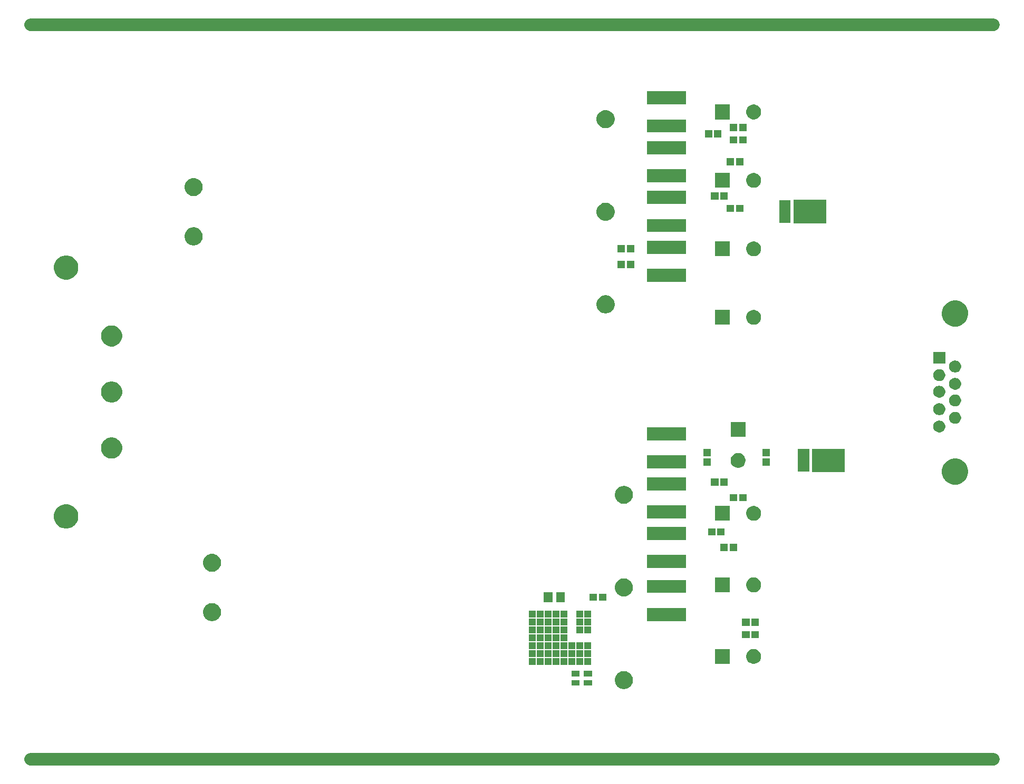
<source format=gbr>
G04 #@! TF.GenerationSoftware,KiCad,Pcbnew,(5.1.0)-1*
G04 #@! TF.CreationDate,2019-05-17T11:45:57-07:00*
G04 #@! TF.ProjectId,pwr supply rev 4,70777220-7375-4707-906c-792072657620,rev?*
G04 #@! TF.SameCoordinates,Original*
G04 #@! TF.FileFunction,Soldermask,Bot*
G04 #@! TF.FilePolarity,Negative*
%FSLAX46Y46*%
G04 Gerber Fmt 4.6, Leading zero omitted, Abs format (unit mm)*
G04 Created by KiCad (PCBNEW (5.1.0)-1) date 2019-05-17 11:45:57*
%MOMM*%
%LPD*%
G04 APERTURE LIST*
%ADD10C,2.000000*%
%ADD11C,0.150000*%
G04 APERTURE END LIST*
D10*
X161000000Y-119000000D02*
X6400000Y-119000000D01*
X161000000Y-1000000D02*
X6400000Y-1000000D01*
D11*
G36*
X101999570Y-104882149D02*
G01*
X102092950Y-104900723D01*
X102356835Y-105010027D01*
X102594321Y-105168711D01*
X102796289Y-105370679D01*
X102954973Y-105608165D01*
X103064277Y-105872050D01*
X103120000Y-106152189D01*
X103120000Y-106437811D01*
X103064277Y-106717950D01*
X102954973Y-106981835D01*
X102796289Y-107219321D01*
X102594321Y-107421289D01*
X102356835Y-107579973D01*
X102092950Y-107689277D01*
X101999570Y-107707851D01*
X101812813Y-107745000D01*
X101527187Y-107745000D01*
X101340430Y-107707851D01*
X101247050Y-107689277D01*
X100983165Y-107579973D01*
X100745679Y-107421289D01*
X100543711Y-107219321D01*
X100385027Y-106981835D01*
X100275723Y-106717950D01*
X100220000Y-106437811D01*
X100220000Y-106152189D01*
X100275723Y-105872050D01*
X100385027Y-105608165D01*
X100543711Y-105370679D01*
X100745679Y-105168711D01*
X100983165Y-105010027D01*
X101247050Y-104900723D01*
X101340430Y-104882149D01*
X101527187Y-104845000D01*
X101812813Y-104845000D01*
X101999570Y-104882149D01*
X101999570Y-104882149D01*
G37*
G36*
X96550000Y-107200000D02*
G01*
X95250000Y-107200000D01*
X95250000Y-106300000D01*
X96550000Y-106300000D01*
X96550000Y-107200000D01*
X96550000Y-107200000D01*
G37*
G36*
X94550000Y-107200000D02*
G01*
X93250000Y-107200000D01*
X93250000Y-106300000D01*
X94550000Y-106300000D01*
X94550000Y-107200000D01*
X94550000Y-107200000D01*
G37*
G36*
X94550000Y-105700000D02*
G01*
X93250000Y-105700000D01*
X93250000Y-104800000D01*
X94550000Y-104800000D01*
X94550000Y-105700000D01*
X94550000Y-105700000D01*
G37*
G36*
X96550000Y-105700000D02*
G01*
X95250000Y-105700000D01*
X95250000Y-104800000D01*
X96550000Y-104800000D01*
X96550000Y-105700000D01*
X96550000Y-105700000D01*
G37*
G36*
X90015000Y-103830000D02*
G01*
X88975000Y-103830000D01*
X88975000Y-102790000D01*
X90015000Y-102790000D01*
X90015000Y-103830000D01*
X90015000Y-103830000D01*
G37*
G36*
X87475000Y-103830000D02*
G01*
X86435000Y-103830000D01*
X86435000Y-102790000D01*
X87475000Y-102790000D01*
X87475000Y-103830000D01*
X87475000Y-103830000D01*
G37*
G36*
X88745000Y-103830000D02*
G01*
X87705000Y-103830000D01*
X87705000Y-102790000D01*
X88745000Y-102790000D01*
X88745000Y-103830000D01*
X88745000Y-103830000D01*
G37*
G36*
X92555000Y-103830000D02*
G01*
X91515000Y-103830000D01*
X91515000Y-102790000D01*
X92555000Y-102790000D01*
X92555000Y-103830000D01*
X92555000Y-103830000D01*
G37*
G36*
X93825000Y-103830000D02*
G01*
X92785000Y-103830000D01*
X92785000Y-102790000D01*
X93825000Y-102790000D01*
X93825000Y-103830000D01*
X93825000Y-103830000D01*
G37*
G36*
X95095000Y-103830000D02*
G01*
X94055000Y-103830000D01*
X94055000Y-102790000D01*
X95095000Y-102790000D01*
X95095000Y-103830000D01*
X95095000Y-103830000D01*
G37*
G36*
X96365000Y-103830000D02*
G01*
X95325000Y-103830000D01*
X95325000Y-102790000D01*
X96365000Y-102790000D01*
X96365000Y-103830000D01*
X96365000Y-103830000D01*
G37*
G36*
X91285000Y-103830000D02*
G01*
X90245000Y-103830000D01*
X90245000Y-102790000D01*
X91285000Y-102790000D01*
X91285000Y-103830000D01*
X91285000Y-103830000D01*
G37*
G36*
X118700000Y-103700000D02*
G01*
X116300000Y-103700000D01*
X116300000Y-101300000D01*
X118700000Y-101300000D01*
X118700000Y-103700000D01*
X118700000Y-103700000D01*
G37*
G36*
X122850027Y-101346116D02*
G01*
X123068415Y-101436575D01*
X123264955Y-101567899D01*
X123432101Y-101735045D01*
X123563425Y-101931585D01*
X123653884Y-102149973D01*
X123700000Y-102381812D01*
X123700000Y-102618188D01*
X123653884Y-102850027D01*
X123563425Y-103068415D01*
X123432101Y-103264955D01*
X123264955Y-103432101D01*
X123068415Y-103563425D01*
X123068414Y-103563426D01*
X123068413Y-103563426D01*
X122850027Y-103653884D01*
X122618190Y-103700000D01*
X122381810Y-103700000D01*
X122149973Y-103653884D01*
X121931587Y-103563426D01*
X121931586Y-103563426D01*
X121931585Y-103563425D01*
X121735045Y-103432101D01*
X121567899Y-103264955D01*
X121436575Y-103068415D01*
X121346116Y-102850027D01*
X121300000Y-102618188D01*
X121300000Y-102381812D01*
X121346116Y-102149973D01*
X121436575Y-101931585D01*
X121567899Y-101735045D01*
X121735045Y-101567899D01*
X121931585Y-101436575D01*
X122149973Y-101346116D01*
X122381810Y-101300000D01*
X122618190Y-101300000D01*
X122850027Y-101346116D01*
X122850027Y-101346116D01*
G37*
G36*
X96365000Y-102560000D02*
G01*
X95325000Y-102560000D01*
X95325000Y-101520000D01*
X96365000Y-101520000D01*
X96365000Y-102560000D01*
X96365000Y-102560000D01*
G37*
G36*
X95095000Y-102560000D02*
G01*
X94055000Y-102560000D01*
X94055000Y-101520000D01*
X95095000Y-101520000D01*
X95095000Y-102560000D01*
X95095000Y-102560000D01*
G37*
G36*
X93825000Y-102560000D02*
G01*
X92785000Y-102560000D01*
X92785000Y-101520000D01*
X93825000Y-101520000D01*
X93825000Y-102560000D01*
X93825000Y-102560000D01*
G37*
G36*
X91285000Y-102560000D02*
G01*
X90245000Y-102560000D01*
X90245000Y-101520000D01*
X91285000Y-101520000D01*
X91285000Y-102560000D01*
X91285000Y-102560000D01*
G37*
G36*
X88745000Y-102560000D02*
G01*
X87705000Y-102560000D01*
X87705000Y-101520000D01*
X88745000Y-101520000D01*
X88745000Y-102560000D01*
X88745000Y-102560000D01*
G37*
G36*
X92555000Y-102560000D02*
G01*
X91515000Y-102560000D01*
X91515000Y-101520000D01*
X92555000Y-101520000D01*
X92555000Y-102560000D01*
X92555000Y-102560000D01*
G37*
G36*
X87475000Y-102560000D02*
G01*
X86435000Y-102560000D01*
X86435000Y-101520000D01*
X87475000Y-101520000D01*
X87475000Y-102560000D01*
X87475000Y-102560000D01*
G37*
G36*
X90015000Y-102560000D02*
G01*
X88975000Y-102560000D01*
X88975000Y-101520000D01*
X90015000Y-101520000D01*
X90015000Y-102560000D01*
X90015000Y-102560000D01*
G37*
G36*
X91285000Y-101290000D02*
G01*
X90245000Y-101290000D01*
X90245000Y-100250000D01*
X91285000Y-100250000D01*
X91285000Y-101290000D01*
X91285000Y-101290000D01*
G37*
G36*
X92555000Y-101290000D02*
G01*
X91515000Y-101290000D01*
X91515000Y-100250000D01*
X92555000Y-100250000D01*
X92555000Y-101290000D01*
X92555000Y-101290000D01*
G37*
G36*
X93825000Y-101290000D02*
G01*
X92785000Y-101290000D01*
X92785000Y-100250000D01*
X93825000Y-100250000D01*
X93825000Y-101290000D01*
X93825000Y-101290000D01*
G37*
G36*
X95095000Y-101290000D02*
G01*
X94055000Y-101290000D01*
X94055000Y-100250000D01*
X95095000Y-100250000D01*
X95095000Y-101290000D01*
X95095000Y-101290000D01*
G37*
G36*
X96365000Y-101290000D02*
G01*
X95325000Y-101290000D01*
X95325000Y-100250000D01*
X96365000Y-100250000D01*
X96365000Y-101290000D01*
X96365000Y-101290000D01*
G37*
G36*
X87475000Y-101290000D02*
G01*
X86435000Y-101290000D01*
X86435000Y-100250000D01*
X87475000Y-100250000D01*
X87475000Y-101290000D01*
X87475000Y-101290000D01*
G37*
G36*
X90015000Y-101290000D02*
G01*
X88975000Y-101290000D01*
X88975000Y-100250000D01*
X90015000Y-100250000D01*
X90015000Y-101290000D01*
X90015000Y-101290000D01*
G37*
G36*
X88745000Y-101290000D02*
G01*
X87705000Y-101290000D01*
X87705000Y-100250000D01*
X88745000Y-100250000D01*
X88745000Y-101290000D01*
X88745000Y-101290000D01*
G37*
G36*
X91285000Y-100020000D02*
G01*
X90245000Y-100020000D01*
X90245000Y-98980000D01*
X91285000Y-98980000D01*
X91285000Y-100020000D01*
X91285000Y-100020000D01*
G37*
G36*
X87475000Y-100020000D02*
G01*
X86435000Y-100020000D01*
X86435000Y-98980000D01*
X87475000Y-98980000D01*
X87475000Y-100020000D01*
X87475000Y-100020000D01*
G37*
G36*
X88745000Y-100020000D02*
G01*
X87705000Y-100020000D01*
X87705000Y-98980000D01*
X88745000Y-98980000D01*
X88745000Y-100020000D01*
X88745000Y-100020000D01*
G37*
G36*
X90015000Y-100020000D02*
G01*
X88975000Y-100020000D01*
X88975000Y-98980000D01*
X90015000Y-98980000D01*
X90015000Y-100020000D01*
X90015000Y-100020000D01*
G37*
G36*
X92555000Y-100020000D02*
G01*
X91515000Y-100020000D01*
X91515000Y-98980000D01*
X92555000Y-98980000D01*
X92555000Y-100020000D01*
X92555000Y-100020000D01*
G37*
G36*
X123350000Y-99575000D02*
G01*
X122150000Y-99575000D01*
X122150000Y-98425000D01*
X123350000Y-98425000D01*
X123350000Y-99575000D01*
X123350000Y-99575000D01*
G37*
G36*
X121850000Y-99575000D02*
G01*
X120650000Y-99575000D01*
X120650000Y-98425000D01*
X121850000Y-98425000D01*
X121850000Y-99575000D01*
X121850000Y-99575000D01*
G37*
G36*
X92555000Y-98750000D02*
G01*
X91515000Y-98750000D01*
X91515000Y-97710000D01*
X92555000Y-97710000D01*
X92555000Y-98750000D01*
X92555000Y-98750000D01*
G37*
G36*
X87475000Y-98750000D02*
G01*
X86435000Y-98750000D01*
X86435000Y-97710000D01*
X87475000Y-97710000D01*
X87475000Y-98750000D01*
X87475000Y-98750000D01*
G37*
G36*
X95095000Y-98750000D02*
G01*
X94055000Y-98750000D01*
X94055000Y-97710000D01*
X95095000Y-97710000D01*
X95095000Y-98750000D01*
X95095000Y-98750000D01*
G37*
G36*
X91285000Y-98750000D02*
G01*
X90245000Y-98750000D01*
X90245000Y-97710000D01*
X91285000Y-97710000D01*
X91285000Y-98750000D01*
X91285000Y-98750000D01*
G37*
G36*
X88745000Y-98750000D02*
G01*
X87705000Y-98750000D01*
X87705000Y-97710000D01*
X88745000Y-97710000D01*
X88745000Y-98750000D01*
X88745000Y-98750000D01*
G37*
G36*
X90015000Y-98750000D02*
G01*
X88975000Y-98750000D01*
X88975000Y-97710000D01*
X90015000Y-97710000D01*
X90015000Y-98750000D01*
X90015000Y-98750000D01*
G37*
G36*
X96365000Y-98750000D02*
G01*
X95325000Y-98750000D01*
X95325000Y-97710000D01*
X96365000Y-97710000D01*
X96365000Y-98750000D01*
X96365000Y-98750000D01*
G37*
G36*
X123350000Y-97575000D02*
G01*
X122150000Y-97575000D01*
X122150000Y-96425000D01*
X123350000Y-96425000D01*
X123350000Y-97575000D01*
X123350000Y-97575000D01*
G37*
G36*
X121850000Y-97575000D02*
G01*
X120650000Y-97575000D01*
X120650000Y-96425000D01*
X121850000Y-96425000D01*
X121850000Y-97575000D01*
X121850000Y-97575000D01*
G37*
G36*
X88745000Y-97480000D02*
G01*
X87705000Y-97480000D01*
X87705000Y-96440000D01*
X88745000Y-96440000D01*
X88745000Y-97480000D01*
X88745000Y-97480000D01*
G37*
G36*
X87475000Y-97480000D02*
G01*
X86435000Y-97480000D01*
X86435000Y-96440000D01*
X87475000Y-96440000D01*
X87475000Y-97480000D01*
X87475000Y-97480000D01*
G37*
G36*
X96365000Y-97480000D02*
G01*
X95325000Y-97480000D01*
X95325000Y-96440000D01*
X96365000Y-96440000D01*
X96365000Y-97480000D01*
X96365000Y-97480000D01*
G37*
G36*
X92555000Y-97480000D02*
G01*
X91515000Y-97480000D01*
X91515000Y-96440000D01*
X92555000Y-96440000D01*
X92555000Y-97480000D01*
X92555000Y-97480000D01*
G37*
G36*
X91285000Y-97480000D02*
G01*
X90245000Y-97480000D01*
X90245000Y-96440000D01*
X91285000Y-96440000D01*
X91285000Y-97480000D01*
X91285000Y-97480000D01*
G37*
G36*
X90015000Y-97480000D02*
G01*
X88975000Y-97480000D01*
X88975000Y-96440000D01*
X90015000Y-96440000D01*
X90015000Y-97480000D01*
X90015000Y-97480000D01*
G37*
G36*
X95095000Y-97480000D02*
G01*
X94055000Y-97480000D01*
X94055000Y-96440000D01*
X95095000Y-96440000D01*
X95095000Y-97480000D01*
X95095000Y-97480000D01*
G37*
G36*
X35859570Y-93962149D02*
G01*
X35952950Y-93980723D01*
X36216835Y-94090027D01*
X36454321Y-94248711D01*
X36656289Y-94450679D01*
X36814973Y-94688165D01*
X36924277Y-94952050D01*
X36980000Y-95232189D01*
X36980000Y-95517811D01*
X36924277Y-95797950D01*
X36814973Y-96061835D01*
X36656289Y-96299321D01*
X36454321Y-96501289D01*
X36216835Y-96659973D01*
X35952950Y-96769277D01*
X35859570Y-96787851D01*
X35672813Y-96825000D01*
X35387187Y-96825000D01*
X35200430Y-96787851D01*
X35107050Y-96769277D01*
X34843165Y-96659973D01*
X34605679Y-96501289D01*
X34403711Y-96299321D01*
X34245027Y-96061835D01*
X34135723Y-95797950D01*
X34080000Y-95517811D01*
X34080000Y-95232189D01*
X34135723Y-94952050D01*
X34245027Y-94688165D01*
X34403711Y-94450679D01*
X34605679Y-94248711D01*
X34843165Y-94090027D01*
X35107050Y-93980723D01*
X35200430Y-93962149D01*
X35387187Y-93925000D01*
X35672813Y-93925000D01*
X35859570Y-93962149D01*
X35859570Y-93962149D01*
G37*
G36*
X111650000Y-96800000D02*
G01*
X105350000Y-96800000D01*
X105350000Y-94700000D01*
X111650000Y-94700000D01*
X111650000Y-96800000D01*
X111650000Y-96800000D01*
G37*
G36*
X96365000Y-96210000D02*
G01*
X95325000Y-96210000D01*
X95325000Y-95170000D01*
X96365000Y-95170000D01*
X96365000Y-96210000D01*
X96365000Y-96210000D01*
G37*
G36*
X95095000Y-96210000D02*
G01*
X94055000Y-96210000D01*
X94055000Y-95170000D01*
X95095000Y-95170000D01*
X95095000Y-96210000D01*
X95095000Y-96210000D01*
G37*
G36*
X87475000Y-96210000D02*
G01*
X86435000Y-96210000D01*
X86435000Y-95170000D01*
X87475000Y-95170000D01*
X87475000Y-96210000D01*
X87475000Y-96210000D01*
G37*
G36*
X88745000Y-96210000D02*
G01*
X87705000Y-96210000D01*
X87705000Y-95170000D01*
X88745000Y-95170000D01*
X88745000Y-96210000D01*
X88745000Y-96210000D01*
G37*
G36*
X91285000Y-96210000D02*
G01*
X90245000Y-96210000D01*
X90245000Y-95170000D01*
X91285000Y-95170000D01*
X91285000Y-96210000D01*
X91285000Y-96210000D01*
G37*
G36*
X92555000Y-96210000D02*
G01*
X91515000Y-96210000D01*
X91515000Y-95170000D01*
X92555000Y-95170000D01*
X92555000Y-96210000D01*
X92555000Y-96210000D01*
G37*
G36*
X90015000Y-96210000D02*
G01*
X88975000Y-96210000D01*
X88975000Y-95170000D01*
X90015000Y-95170000D01*
X90015000Y-96210000D01*
X90015000Y-96210000D01*
G37*
G36*
X90200000Y-93825000D02*
G01*
X88800000Y-93825000D01*
X88800000Y-92175000D01*
X90200000Y-92175000D01*
X90200000Y-93825000D01*
X90200000Y-93825000D01*
G37*
G36*
X92200000Y-93825000D02*
G01*
X90800000Y-93825000D01*
X90800000Y-92175000D01*
X92200000Y-92175000D01*
X92200000Y-93825000D01*
X92200000Y-93825000D01*
G37*
G36*
X97350000Y-93575000D02*
G01*
X96150000Y-93575000D01*
X96150000Y-92425000D01*
X97350000Y-92425000D01*
X97350000Y-93575000D01*
X97350000Y-93575000D01*
G37*
G36*
X98850000Y-93575000D02*
G01*
X97650000Y-93575000D01*
X97650000Y-92425000D01*
X98850000Y-92425000D01*
X98850000Y-93575000D01*
X98850000Y-93575000D01*
G37*
G36*
X101999570Y-90002149D02*
G01*
X102092950Y-90020723D01*
X102356835Y-90130027D01*
X102594321Y-90288711D01*
X102796289Y-90490679D01*
X102954973Y-90728165D01*
X103018614Y-90881810D01*
X103064277Y-90992051D01*
X103120000Y-91272187D01*
X103120000Y-91557813D01*
X103117891Y-91568415D01*
X103064277Y-91837950D01*
X102954973Y-92101835D01*
X102796289Y-92339321D01*
X102594321Y-92541289D01*
X102356835Y-92699973D01*
X102092950Y-92809277D01*
X101999570Y-92827851D01*
X101812813Y-92865000D01*
X101527187Y-92865000D01*
X101340430Y-92827851D01*
X101247050Y-92809277D01*
X100983165Y-92699973D01*
X100745679Y-92541289D01*
X100543711Y-92339321D01*
X100385027Y-92101835D01*
X100275723Y-91837950D01*
X100222109Y-91568415D01*
X100220000Y-91557813D01*
X100220000Y-91272187D01*
X100275723Y-90992051D01*
X100321386Y-90881810D01*
X100385027Y-90728165D01*
X100543711Y-90490679D01*
X100745679Y-90288711D01*
X100983165Y-90130027D01*
X101247050Y-90020723D01*
X101340430Y-90002149D01*
X101527187Y-89965000D01*
X101812813Y-89965000D01*
X101999570Y-90002149D01*
X101999570Y-90002149D01*
G37*
G36*
X111650000Y-92300000D02*
G01*
X105350000Y-92300000D01*
X105350000Y-90200000D01*
X111650000Y-90200000D01*
X111650000Y-92300000D01*
X111650000Y-92300000D01*
G37*
G36*
X122850027Y-89846116D02*
G01*
X123068415Y-89936575D01*
X123264955Y-90067899D01*
X123432101Y-90235045D01*
X123467960Y-90288711D01*
X123563426Y-90431587D01*
X123653884Y-90649973D01*
X123700000Y-90881810D01*
X123700000Y-91118190D01*
X123653884Y-91350027D01*
X123567817Y-91557813D01*
X123563425Y-91568415D01*
X123432101Y-91764955D01*
X123264955Y-91932101D01*
X123068415Y-92063425D01*
X123068414Y-92063426D01*
X123068413Y-92063426D01*
X122850027Y-92153884D01*
X122618190Y-92200000D01*
X122381810Y-92200000D01*
X122149973Y-92153884D01*
X121931587Y-92063426D01*
X121931586Y-92063426D01*
X121931585Y-92063425D01*
X121735045Y-91932101D01*
X121567899Y-91764955D01*
X121436575Y-91568415D01*
X121432184Y-91557813D01*
X121346116Y-91350027D01*
X121300000Y-91118190D01*
X121300000Y-90881810D01*
X121346116Y-90649973D01*
X121436574Y-90431587D01*
X121532041Y-90288711D01*
X121567899Y-90235045D01*
X121735045Y-90067899D01*
X121931585Y-89936575D01*
X122149973Y-89846116D01*
X122381810Y-89800000D01*
X122618190Y-89800000D01*
X122850027Y-89846116D01*
X122850027Y-89846116D01*
G37*
G36*
X118700000Y-92200000D02*
G01*
X116300000Y-92200000D01*
X116300000Y-89800000D01*
X118700000Y-89800000D01*
X118700000Y-92200000D01*
X118700000Y-92200000D01*
G37*
G36*
X35859570Y-86042149D02*
G01*
X35952950Y-86060723D01*
X36216835Y-86170027D01*
X36454321Y-86328711D01*
X36656289Y-86530679D01*
X36814973Y-86768165D01*
X36924277Y-87032050D01*
X36980000Y-87312189D01*
X36980000Y-87597811D01*
X36924277Y-87877950D01*
X36814973Y-88141835D01*
X36656289Y-88379321D01*
X36454321Y-88581289D01*
X36216835Y-88739973D01*
X35952950Y-88849277D01*
X35859570Y-88867851D01*
X35672813Y-88905000D01*
X35387187Y-88905000D01*
X35200430Y-88867851D01*
X35107050Y-88849277D01*
X34843165Y-88739973D01*
X34605679Y-88581289D01*
X34403711Y-88379321D01*
X34245027Y-88141835D01*
X34135723Y-87877950D01*
X34080000Y-87597811D01*
X34080000Y-87312189D01*
X34135723Y-87032050D01*
X34245027Y-86768165D01*
X34403711Y-86530679D01*
X34605679Y-86328711D01*
X34843165Y-86170027D01*
X35107050Y-86060723D01*
X35200430Y-86042149D01*
X35387187Y-86005000D01*
X35672813Y-86005000D01*
X35859570Y-86042149D01*
X35859570Y-86042149D01*
G37*
G36*
X111650000Y-88300000D02*
G01*
X105350000Y-88300000D01*
X105350000Y-86200000D01*
X111650000Y-86200000D01*
X111650000Y-88300000D01*
X111650000Y-88300000D01*
G37*
G36*
X119850000Y-85575000D02*
G01*
X118650000Y-85575000D01*
X118650000Y-84425000D01*
X119850000Y-84425000D01*
X119850000Y-85575000D01*
X119850000Y-85575000D01*
G37*
G36*
X118350000Y-85575000D02*
G01*
X117150000Y-85575000D01*
X117150000Y-84425000D01*
X118350000Y-84425000D01*
X118350000Y-85575000D01*
X118350000Y-85575000D01*
G37*
G36*
X111650000Y-83800000D02*
G01*
X105350000Y-83800000D01*
X105350000Y-81700000D01*
X111650000Y-81700000D01*
X111650000Y-83800000D01*
X111650000Y-83800000D01*
G37*
G36*
X117850000Y-83075000D02*
G01*
X116650000Y-83075000D01*
X116650000Y-81925000D01*
X117850000Y-81925000D01*
X117850000Y-83075000D01*
X117850000Y-83075000D01*
G37*
G36*
X116350000Y-83075000D02*
G01*
X115150000Y-83075000D01*
X115150000Y-81925000D01*
X116350000Y-81925000D01*
X116350000Y-83075000D01*
X116350000Y-83075000D01*
G37*
G36*
X12668794Y-78124938D02*
G01*
X13023674Y-78271933D01*
X13343053Y-78485336D01*
X13614664Y-78756947D01*
X13828067Y-79076326D01*
X13975062Y-79431206D01*
X14050000Y-79807943D01*
X14050000Y-80192057D01*
X13975062Y-80568794D01*
X13828067Y-80923674D01*
X13614664Y-81243053D01*
X13343053Y-81514664D01*
X13023674Y-81728067D01*
X12668794Y-81875062D01*
X12292058Y-81950000D01*
X11907942Y-81950000D01*
X11531206Y-81875062D01*
X11176326Y-81728067D01*
X10856947Y-81514664D01*
X10585336Y-81243053D01*
X10371933Y-80923674D01*
X10224938Y-80568794D01*
X10150000Y-80192057D01*
X10150000Y-79807943D01*
X10224938Y-79431206D01*
X10371933Y-79076326D01*
X10585336Y-78756947D01*
X10856947Y-78485336D01*
X11176326Y-78271933D01*
X11531206Y-78124938D01*
X11907942Y-78050000D01*
X12292058Y-78050000D01*
X12668794Y-78124938D01*
X12668794Y-78124938D01*
G37*
G36*
X122850027Y-78346116D02*
G01*
X123068415Y-78436575D01*
X123264955Y-78567899D01*
X123432101Y-78735045D01*
X123563425Y-78931585D01*
X123653884Y-79149973D01*
X123700000Y-79381812D01*
X123700000Y-79618188D01*
X123653884Y-79850027D01*
X123563425Y-80068415D01*
X123432101Y-80264955D01*
X123264955Y-80432101D01*
X123068415Y-80563425D01*
X123068414Y-80563426D01*
X123068413Y-80563426D01*
X122850027Y-80653884D01*
X122618190Y-80700000D01*
X122381810Y-80700000D01*
X122149973Y-80653884D01*
X121931587Y-80563426D01*
X121931586Y-80563426D01*
X121931585Y-80563425D01*
X121735045Y-80432101D01*
X121567899Y-80264955D01*
X121436575Y-80068415D01*
X121346116Y-79850027D01*
X121300000Y-79618188D01*
X121300000Y-79381812D01*
X121346116Y-79149973D01*
X121436575Y-78931585D01*
X121567899Y-78735045D01*
X121735045Y-78567899D01*
X121931585Y-78436575D01*
X122149973Y-78346116D01*
X122381810Y-78300000D01*
X122618190Y-78300000D01*
X122850027Y-78346116D01*
X122850027Y-78346116D01*
G37*
G36*
X118700000Y-80700000D02*
G01*
X116300000Y-80700000D01*
X116300000Y-78300000D01*
X118700000Y-78300000D01*
X118700000Y-80700000D01*
X118700000Y-80700000D01*
G37*
G36*
X111650000Y-80300000D02*
G01*
X105350000Y-80300000D01*
X105350000Y-78200000D01*
X111650000Y-78200000D01*
X111650000Y-80300000D01*
X111650000Y-80300000D01*
G37*
G36*
X101999570Y-75122149D02*
G01*
X102092950Y-75140723D01*
X102356835Y-75250027D01*
X102594321Y-75408711D01*
X102796289Y-75610679D01*
X102954973Y-75848165D01*
X103064277Y-76112050D01*
X103120000Y-76392189D01*
X103120000Y-76677811D01*
X103064277Y-76957950D01*
X102954973Y-77221835D01*
X102796289Y-77459321D01*
X102594321Y-77661289D01*
X102356835Y-77819973D01*
X102092950Y-77929277D01*
X101999570Y-77947851D01*
X101812813Y-77985000D01*
X101527187Y-77985000D01*
X101340430Y-77947851D01*
X101247050Y-77929277D01*
X100983165Y-77819973D01*
X100745679Y-77661289D01*
X100543711Y-77459321D01*
X100385027Y-77221835D01*
X100275723Y-76957950D01*
X100220000Y-76677811D01*
X100220000Y-76392189D01*
X100275723Y-76112050D01*
X100385027Y-75848165D01*
X100543711Y-75610679D01*
X100745679Y-75408711D01*
X100983165Y-75250027D01*
X101247050Y-75140723D01*
X101340430Y-75122149D01*
X101527187Y-75085000D01*
X101812813Y-75085000D01*
X101999570Y-75122149D01*
X101999570Y-75122149D01*
G37*
G36*
X119850000Y-77575000D02*
G01*
X118650000Y-77575000D01*
X118650000Y-76425000D01*
X119850000Y-76425000D01*
X119850000Y-77575000D01*
X119850000Y-77575000D01*
G37*
G36*
X121350000Y-77575000D02*
G01*
X120150000Y-77575000D01*
X120150000Y-76425000D01*
X121350000Y-76425000D01*
X121350000Y-77575000D01*
X121350000Y-77575000D01*
G37*
G36*
X111650000Y-75800000D02*
G01*
X105350000Y-75800000D01*
X105350000Y-73700000D01*
X111650000Y-73700000D01*
X111650000Y-75800000D01*
X111650000Y-75800000D01*
G37*
G36*
X116850000Y-75075000D02*
G01*
X115650000Y-75075000D01*
X115650000Y-73925000D01*
X116850000Y-73925000D01*
X116850000Y-75075000D01*
X116850000Y-75075000D01*
G37*
G36*
X118350000Y-75075000D02*
G01*
X117150000Y-75075000D01*
X117150000Y-73925000D01*
X118350000Y-73925000D01*
X118350000Y-75075000D01*
X118350000Y-75075000D01*
G37*
G36*
X155454006Y-70765894D02*
G01*
X155837094Y-70924574D01*
X156181859Y-71154939D01*
X156475061Y-71448141D01*
X156705426Y-71792906D01*
X156864106Y-72175994D01*
X156945000Y-72582677D01*
X156945000Y-72997323D01*
X156864106Y-73404006D01*
X156705426Y-73787094D01*
X156475061Y-74131859D01*
X156181859Y-74425061D01*
X155837094Y-74655426D01*
X155454006Y-74814106D01*
X155047324Y-74895000D01*
X154632676Y-74895000D01*
X154225994Y-74814106D01*
X153842906Y-74655426D01*
X153498141Y-74425061D01*
X153204939Y-74131859D01*
X152974574Y-73787094D01*
X152815894Y-73404006D01*
X152735000Y-72997323D01*
X152735000Y-72582677D01*
X152815894Y-72175994D01*
X152974574Y-71792906D01*
X153204939Y-71448141D01*
X153498141Y-71154939D01*
X153842906Y-70924574D01*
X154225994Y-70765894D01*
X154632676Y-70685000D01*
X155047324Y-70685000D01*
X155454006Y-70765894D01*
X155454006Y-70765894D01*
G37*
G36*
X137130000Y-72880000D02*
G01*
X131870000Y-72880000D01*
X131870000Y-69120000D01*
X137130000Y-69120000D01*
X137130000Y-72880000D01*
X137130000Y-72880000D01*
G37*
G36*
X131418000Y-72815000D02*
G01*
X129618000Y-72815000D01*
X129618000Y-69185000D01*
X131418000Y-69185000D01*
X131418000Y-72815000D01*
X131418000Y-72815000D01*
G37*
G36*
X111650000Y-72300000D02*
G01*
X105350000Y-72300000D01*
X105350000Y-70200000D01*
X111650000Y-70200000D01*
X111650000Y-72300000D01*
X111650000Y-72300000D01*
G37*
G36*
X120350027Y-69846116D02*
G01*
X120568415Y-69936575D01*
X120764955Y-70067899D01*
X120932101Y-70235045D01*
X121008912Y-70350000D01*
X121063426Y-70431587D01*
X121147545Y-70634669D01*
X121153884Y-70649973D01*
X121200000Y-70881812D01*
X121200000Y-71118188D01*
X121153884Y-71350027D01*
X121063425Y-71568415D01*
X120932101Y-71764955D01*
X120764955Y-71932101D01*
X120568415Y-72063425D01*
X120568414Y-72063426D01*
X120568413Y-72063426D01*
X120350027Y-72153884D01*
X120118190Y-72200000D01*
X119881810Y-72200000D01*
X119649973Y-72153884D01*
X119431587Y-72063426D01*
X119431586Y-72063426D01*
X119431585Y-72063425D01*
X119235045Y-71932101D01*
X119067899Y-71764955D01*
X118936575Y-71568415D01*
X118846116Y-71350027D01*
X118800000Y-71118188D01*
X118800000Y-70881812D01*
X118846116Y-70649973D01*
X118852455Y-70634669D01*
X118936574Y-70431587D01*
X118991089Y-70350000D01*
X119067899Y-70235045D01*
X119235045Y-70067899D01*
X119431585Y-69936575D01*
X119649973Y-69846116D01*
X119881810Y-69800000D01*
X120118190Y-69800000D01*
X120350027Y-69846116D01*
X120350027Y-69846116D01*
G37*
G36*
X115575000Y-71850000D02*
G01*
X114425000Y-71850000D01*
X114425000Y-70650000D01*
X115575000Y-70650000D01*
X115575000Y-71850000D01*
X115575000Y-71850000D01*
G37*
G36*
X125075000Y-71850000D02*
G01*
X123925000Y-71850000D01*
X123925000Y-70650000D01*
X125075000Y-70650000D01*
X125075000Y-71850000D01*
X125075000Y-71850000D01*
G37*
G36*
X19895872Y-67365330D02*
G01*
X20205252Y-67493479D01*
X20483687Y-67679523D01*
X20720477Y-67916313D01*
X20906521Y-68194748D01*
X21034670Y-68504128D01*
X21100000Y-68832565D01*
X21100000Y-69167435D01*
X21034670Y-69495872D01*
X20906521Y-69805252D01*
X20720477Y-70083687D01*
X20483687Y-70320477D01*
X20205252Y-70506521D01*
X19895872Y-70634670D01*
X19567435Y-70700000D01*
X19232565Y-70700000D01*
X18904128Y-70634670D01*
X18594748Y-70506521D01*
X18316313Y-70320477D01*
X18079523Y-70083687D01*
X17893479Y-69805252D01*
X17765330Y-69495872D01*
X17700000Y-69167435D01*
X17700000Y-68832565D01*
X17765330Y-68504128D01*
X17893479Y-68194748D01*
X18079523Y-67916313D01*
X18316313Y-67679523D01*
X18594748Y-67493479D01*
X18904128Y-67365330D01*
X19232565Y-67300000D01*
X19567435Y-67300000D01*
X19895872Y-67365330D01*
X19895872Y-67365330D01*
G37*
G36*
X125075000Y-70350000D02*
G01*
X123925000Y-70350000D01*
X123925000Y-69150000D01*
X125075000Y-69150000D01*
X125075000Y-70350000D01*
X125075000Y-70350000D01*
G37*
G36*
X115575000Y-70350000D02*
G01*
X114425000Y-70350000D01*
X114425000Y-69150000D01*
X115575000Y-69150000D01*
X115575000Y-70350000D01*
X115575000Y-70350000D01*
G37*
G36*
X111650000Y-67800000D02*
G01*
X105350000Y-67800000D01*
X105350000Y-65700000D01*
X111650000Y-65700000D01*
X111650000Y-67800000D01*
X111650000Y-67800000D01*
G37*
G36*
X121200000Y-67200000D02*
G01*
X118800000Y-67200000D01*
X118800000Y-64800000D01*
X121200000Y-64800000D01*
X121200000Y-67200000D01*
X121200000Y-67200000D01*
G37*
G36*
X152580022Y-64626892D02*
G01*
X152754731Y-64699259D01*
X152754733Y-64699260D01*
X152911964Y-64804319D01*
X153045681Y-64938036D01*
X153150740Y-65095267D01*
X153223108Y-65269979D01*
X153260000Y-65455448D01*
X153260000Y-65644552D01*
X153223108Y-65830021D01*
X153150740Y-66004733D01*
X153045681Y-66161964D01*
X152911964Y-66295681D01*
X152754733Y-66400740D01*
X152754732Y-66400741D01*
X152754731Y-66400741D01*
X152580022Y-66473108D01*
X152394552Y-66510000D01*
X152205448Y-66510000D01*
X152019978Y-66473108D01*
X151845269Y-66400741D01*
X151845268Y-66400741D01*
X151845267Y-66400740D01*
X151688036Y-66295681D01*
X151554319Y-66161964D01*
X151449260Y-66004733D01*
X151376892Y-65830021D01*
X151340000Y-65644552D01*
X151340000Y-65455448D01*
X151376892Y-65269979D01*
X151449260Y-65095267D01*
X151554319Y-64938036D01*
X151688036Y-64804319D01*
X151845267Y-64699260D01*
X151845269Y-64699259D01*
X152019978Y-64626892D01*
X152205448Y-64590000D01*
X152394552Y-64590000D01*
X152580022Y-64626892D01*
X152580022Y-64626892D01*
G37*
G36*
X155120022Y-63226892D02*
G01*
X155294731Y-63299259D01*
X155294733Y-63299260D01*
X155451964Y-63404319D01*
X155585681Y-63538036D01*
X155690740Y-63695267D01*
X155763108Y-63869979D01*
X155800000Y-64055448D01*
X155800000Y-64244552D01*
X155763108Y-64430021D01*
X155690740Y-64604733D01*
X155585681Y-64761964D01*
X155451964Y-64895681D01*
X155294733Y-65000740D01*
X155294732Y-65000741D01*
X155294731Y-65000741D01*
X155120022Y-65073108D01*
X154934552Y-65110000D01*
X154745448Y-65110000D01*
X154559978Y-65073108D01*
X154385269Y-65000741D01*
X154385268Y-65000741D01*
X154385267Y-65000740D01*
X154228036Y-64895681D01*
X154094319Y-64761964D01*
X153989260Y-64604733D01*
X153916892Y-64430021D01*
X153880000Y-64244552D01*
X153880000Y-64055448D01*
X153916892Y-63869979D01*
X153989260Y-63695267D01*
X154094319Y-63538036D01*
X154228036Y-63404319D01*
X154385267Y-63299260D01*
X154385269Y-63299259D01*
X154559978Y-63226892D01*
X154745448Y-63190000D01*
X154934552Y-63190000D01*
X155120022Y-63226892D01*
X155120022Y-63226892D01*
G37*
G36*
X152580022Y-61836892D02*
G01*
X152754731Y-61909259D01*
X152754733Y-61909260D01*
X152911964Y-62014319D01*
X153045681Y-62148036D01*
X153150740Y-62305267D01*
X153223108Y-62479979D01*
X153260000Y-62665448D01*
X153260000Y-62854552D01*
X153223108Y-63040021D01*
X153150740Y-63214733D01*
X153045681Y-63371964D01*
X152911964Y-63505681D01*
X152754733Y-63610740D01*
X152754732Y-63610741D01*
X152754731Y-63610741D01*
X152580022Y-63683108D01*
X152394552Y-63720000D01*
X152205448Y-63720000D01*
X152019978Y-63683108D01*
X151845269Y-63610741D01*
X151845268Y-63610741D01*
X151845267Y-63610740D01*
X151688036Y-63505681D01*
X151554319Y-63371964D01*
X151449260Y-63214733D01*
X151376892Y-63040021D01*
X151340000Y-62854552D01*
X151340000Y-62665448D01*
X151376892Y-62479979D01*
X151449260Y-62305267D01*
X151554319Y-62148036D01*
X151688036Y-62014319D01*
X151845267Y-61909260D01*
X151845269Y-61909259D01*
X152019978Y-61836892D01*
X152205448Y-61800000D01*
X152394552Y-61800000D01*
X152580022Y-61836892D01*
X152580022Y-61836892D01*
G37*
G36*
X155120022Y-60436892D02*
G01*
X155294731Y-60509259D01*
X155294733Y-60509260D01*
X155451964Y-60614319D01*
X155585681Y-60748036D01*
X155675934Y-60883108D01*
X155690741Y-60905269D01*
X155763108Y-61079978D01*
X155800000Y-61265448D01*
X155800000Y-61454552D01*
X155764173Y-61634670D01*
X155763108Y-61640021D01*
X155690740Y-61814733D01*
X155585681Y-61971964D01*
X155451964Y-62105681D01*
X155294733Y-62210740D01*
X155294732Y-62210741D01*
X155294731Y-62210741D01*
X155120022Y-62283108D01*
X154934552Y-62320000D01*
X154745448Y-62320000D01*
X154559978Y-62283108D01*
X154385269Y-62210741D01*
X154385268Y-62210741D01*
X154385267Y-62210740D01*
X154228036Y-62105681D01*
X154094319Y-61971964D01*
X153989260Y-61814733D01*
X153916892Y-61640021D01*
X153915828Y-61634670D01*
X153880000Y-61454552D01*
X153880000Y-61265448D01*
X153916892Y-61079978D01*
X153989259Y-60905269D01*
X154004067Y-60883108D01*
X154094319Y-60748036D01*
X154228036Y-60614319D01*
X154385267Y-60509260D01*
X154385269Y-60509259D01*
X154559978Y-60436892D01*
X154745448Y-60400000D01*
X154934552Y-60400000D01*
X155120022Y-60436892D01*
X155120022Y-60436892D01*
G37*
G36*
X19895872Y-58365330D02*
G01*
X20205252Y-58493479D01*
X20483687Y-58679523D01*
X20720477Y-58916313D01*
X20906521Y-59194748D01*
X21034670Y-59504128D01*
X21100000Y-59832565D01*
X21100000Y-60167435D01*
X21034670Y-60495872D01*
X20906521Y-60805252D01*
X20720477Y-61083687D01*
X20483687Y-61320477D01*
X20205252Y-61506521D01*
X19895872Y-61634670D01*
X19567435Y-61700000D01*
X19232565Y-61700000D01*
X18904128Y-61634670D01*
X18594748Y-61506521D01*
X18316313Y-61320477D01*
X18079523Y-61083687D01*
X17893479Y-60805252D01*
X17765330Y-60495872D01*
X17700000Y-60167435D01*
X17700000Y-59832565D01*
X17765330Y-59504128D01*
X17893479Y-59194748D01*
X18079523Y-58916313D01*
X18316313Y-58679523D01*
X18594748Y-58493479D01*
X18904128Y-58365330D01*
X19232565Y-58300000D01*
X19567435Y-58300000D01*
X19895872Y-58365330D01*
X19895872Y-58365330D01*
G37*
G36*
X152580022Y-59036892D02*
G01*
X152754731Y-59109259D01*
X152754733Y-59109260D01*
X152882671Y-59194746D01*
X152911964Y-59214319D01*
X153045681Y-59348036D01*
X153150741Y-59505269D01*
X153223108Y-59679978D01*
X153260000Y-59865448D01*
X153260000Y-60054552D01*
X153237547Y-60167434D01*
X153223108Y-60240021D01*
X153150740Y-60414733D01*
X153045681Y-60571964D01*
X152911964Y-60705681D01*
X152754733Y-60810740D01*
X152754732Y-60810741D01*
X152754731Y-60810741D01*
X152580022Y-60883108D01*
X152394552Y-60920000D01*
X152205448Y-60920000D01*
X152019978Y-60883108D01*
X151845269Y-60810741D01*
X151845268Y-60810741D01*
X151845267Y-60810740D01*
X151688036Y-60705681D01*
X151554319Y-60571964D01*
X151449260Y-60414733D01*
X151376892Y-60240021D01*
X151362454Y-60167434D01*
X151340000Y-60054552D01*
X151340000Y-59865448D01*
X151376892Y-59679978D01*
X151449259Y-59505269D01*
X151554319Y-59348036D01*
X151688036Y-59214319D01*
X151717329Y-59194746D01*
X151845267Y-59109260D01*
X151845269Y-59109259D01*
X152019978Y-59036892D01*
X152205448Y-59000000D01*
X152394552Y-59000000D01*
X152580022Y-59036892D01*
X152580022Y-59036892D01*
G37*
G36*
X155120022Y-57766892D02*
G01*
X155294731Y-57839259D01*
X155294733Y-57839260D01*
X155451964Y-57944319D01*
X155585681Y-58078036D01*
X155675934Y-58213108D01*
X155690741Y-58235269D01*
X155763108Y-58409978D01*
X155800000Y-58595448D01*
X155800000Y-58784552D01*
X155763108Y-58970022D01*
X155690741Y-59144731D01*
X155690740Y-59144733D01*
X155585681Y-59301964D01*
X155451964Y-59435681D01*
X155294733Y-59540740D01*
X155294732Y-59540741D01*
X155294731Y-59540741D01*
X155120022Y-59613108D01*
X154934552Y-59650000D01*
X154745448Y-59650000D01*
X154559978Y-59613108D01*
X154385269Y-59540741D01*
X154385268Y-59540741D01*
X154385267Y-59540740D01*
X154228036Y-59435681D01*
X154094319Y-59301964D01*
X153989260Y-59144733D01*
X153989259Y-59144731D01*
X153916892Y-58970022D01*
X153880000Y-58784552D01*
X153880000Y-58595448D01*
X153916892Y-58409978D01*
X153989259Y-58235269D01*
X154004067Y-58213108D01*
X154094319Y-58078036D01*
X154228036Y-57944319D01*
X154385267Y-57839260D01*
X154385269Y-57839259D01*
X154559978Y-57766892D01*
X154745448Y-57730000D01*
X154934552Y-57730000D01*
X155120022Y-57766892D01*
X155120022Y-57766892D01*
G37*
G36*
X152580022Y-56366892D02*
G01*
X152754731Y-56439259D01*
X152754733Y-56439260D01*
X152911964Y-56544319D01*
X153045681Y-56678036D01*
X153150740Y-56835267D01*
X153223108Y-57009979D01*
X153260000Y-57195448D01*
X153260000Y-57384552D01*
X153223108Y-57570021D01*
X153150740Y-57744733D01*
X153045681Y-57901964D01*
X152911964Y-58035681D01*
X152754733Y-58140740D01*
X152754732Y-58140741D01*
X152754731Y-58140741D01*
X152580022Y-58213108D01*
X152394552Y-58250000D01*
X152205448Y-58250000D01*
X152019978Y-58213108D01*
X151845269Y-58140741D01*
X151845268Y-58140741D01*
X151845267Y-58140740D01*
X151688036Y-58035681D01*
X151554319Y-57901964D01*
X151449260Y-57744733D01*
X151376892Y-57570021D01*
X151340000Y-57384552D01*
X151340000Y-57195448D01*
X151376892Y-57009979D01*
X151449260Y-56835267D01*
X151554319Y-56678036D01*
X151688036Y-56544319D01*
X151845267Y-56439260D01*
X151845269Y-56439259D01*
X152019978Y-56366892D01*
X152205448Y-56330000D01*
X152394552Y-56330000D01*
X152580022Y-56366892D01*
X152580022Y-56366892D01*
G37*
G36*
X155120022Y-54976892D02*
G01*
X155294731Y-55049259D01*
X155294733Y-55049260D01*
X155451964Y-55154319D01*
X155585681Y-55288036D01*
X155690740Y-55445267D01*
X155763108Y-55619979D01*
X155800000Y-55805448D01*
X155800000Y-55994552D01*
X155763108Y-56180021D01*
X155690740Y-56354733D01*
X155585681Y-56511964D01*
X155451964Y-56645681D01*
X155294733Y-56750740D01*
X155294732Y-56750741D01*
X155294731Y-56750741D01*
X155120022Y-56823108D01*
X154934552Y-56860000D01*
X154745448Y-56860000D01*
X154559978Y-56823108D01*
X154385269Y-56750741D01*
X154385268Y-56750741D01*
X154385267Y-56750740D01*
X154228036Y-56645681D01*
X154094319Y-56511964D01*
X153989260Y-56354733D01*
X153916892Y-56180021D01*
X153880000Y-55994552D01*
X153880000Y-55805448D01*
X153916892Y-55619979D01*
X153989260Y-55445267D01*
X154094319Y-55288036D01*
X154228036Y-55154319D01*
X154385267Y-55049260D01*
X154385269Y-55049259D01*
X154559978Y-54976892D01*
X154745448Y-54940000D01*
X154934552Y-54940000D01*
X155120022Y-54976892D01*
X155120022Y-54976892D01*
G37*
G36*
X153260000Y-55460000D02*
G01*
X151340000Y-55460000D01*
X151340000Y-53540000D01*
X153260000Y-53540000D01*
X153260000Y-55460000D01*
X153260000Y-55460000D01*
G37*
G36*
X19895872Y-49365330D02*
G01*
X20205252Y-49493479D01*
X20483687Y-49679523D01*
X20720477Y-49916313D01*
X20906521Y-50194748D01*
X21034670Y-50504128D01*
X21100000Y-50832565D01*
X21100000Y-51167435D01*
X21034670Y-51495872D01*
X20906521Y-51805252D01*
X20720477Y-52083687D01*
X20483687Y-52320477D01*
X20205252Y-52506521D01*
X19895872Y-52634670D01*
X19567435Y-52700000D01*
X19232565Y-52700000D01*
X18904128Y-52634670D01*
X18594748Y-52506521D01*
X18316313Y-52320477D01*
X18079523Y-52083687D01*
X17893479Y-51805252D01*
X17765330Y-51495872D01*
X17700000Y-51167435D01*
X17700000Y-50832565D01*
X17765330Y-50504128D01*
X17893479Y-50194748D01*
X18079523Y-49916313D01*
X18316313Y-49679523D01*
X18594748Y-49493479D01*
X18904128Y-49365330D01*
X19232565Y-49300000D01*
X19567435Y-49300000D01*
X19895872Y-49365330D01*
X19895872Y-49365330D01*
G37*
G36*
X155454006Y-45365894D02*
G01*
X155837094Y-45524574D01*
X156181859Y-45754939D01*
X156475061Y-46048141D01*
X156705426Y-46392906D01*
X156705427Y-46392909D01*
X156864106Y-46775994D01*
X156896048Y-46936575D01*
X156945000Y-47182677D01*
X156945000Y-47597323D01*
X156864106Y-48004006D01*
X156705426Y-48387094D01*
X156475061Y-48731859D01*
X156181859Y-49025061D01*
X155837094Y-49255426D01*
X155571762Y-49365330D01*
X155454006Y-49414106D01*
X155047324Y-49495000D01*
X154632676Y-49495000D01*
X154225994Y-49414106D01*
X154108238Y-49365330D01*
X153842906Y-49255426D01*
X153498141Y-49025061D01*
X153204939Y-48731859D01*
X152974574Y-48387094D01*
X152815894Y-48004006D01*
X152735000Y-47597323D01*
X152735000Y-47182677D01*
X152783953Y-46936575D01*
X152815894Y-46775994D01*
X152974573Y-46392909D01*
X152974574Y-46392906D01*
X153204939Y-46048141D01*
X153498141Y-45754939D01*
X153842906Y-45524574D01*
X154225994Y-45365894D01*
X154632676Y-45285000D01*
X155047324Y-45285000D01*
X155454006Y-45365894D01*
X155454006Y-45365894D01*
G37*
G36*
X118700000Y-49200000D02*
G01*
X116300000Y-49200000D01*
X116300000Y-46800000D01*
X118700000Y-46800000D01*
X118700000Y-49200000D01*
X118700000Y-49200000D01*
G37*
G36*
X122841003Y-46844321D02*
G01*
X122850027Y-46846116D01*
X123068415Y-46936575D01*
X123264955Y-47067899D01*
X123432101Y-47235045D01*
X123563425Y-47431585D01*
X123653884Y-47649973D01*
X123700000Y-47881812D01*
X123700000Y-48118188D01*
X123653884Y-48350027D01*
X123563425Y-48568415D01*
X123432101Y-48764955D01*
X123264955Y-48932101D01*
X123068415Y-49063425D01*
X123068414Y-49063426D01*
X123068413Y-49063426D01*
X122850027Y-49153884D01*
X122618190Y-49200000D01*
X122381810Y-49200000D01*
X122149973Y-49153884D01*
X121931587Y-49063426D01*
X121931586Y-49063426D01*
X121931585Y-49063425D01*
X121735045Y-48932101D01*
X121567899Y-48764955D01*
X121436575Y-48568415D01*
X121346116Y-48350027D01*
X121300000Y-48118188D01*
X121300000Y-47881812D01*
X121346116Y-47649973D01*
X121436575Y-47431585D01*
X121567899Y-47235045D01*
X121735045Y-47067899D01*
X121931585Y-46936575D01*
X122149973Y-46846116D01*
X122158997Y-46844321D01*
X122381810Y-46800000D01*
X122618190Y-46800000D01*
X122841003Y-46844321D01*
X122841003Y-46844321D01*
G37*
G36*
X99049570Y-44507149D02*
G01*
X99142950Y-44525723D01*
X99406835Y-44635027D01*
X99644321Y-44793711D01*
X99846289Y-44995679D01*
X100004973Y-45233165D01*
X100114277Y-45497050D01*
X100114277Y-45497051D01*
X100165575Y-45754940D01*
X100170000Y-45777189D01*
X100170000Y-46062811D01*
X100114277Y-46342950D01*
X100004973Y-46606835D01*
X99846289Y-46844321D01*
X99644321Y-47046289D01*
X99406835Y-47204973D01*
X99142950Y-47314277D01*
X99049570Y-47332851D01*
X98862813Y-47370000D01*
X98577187Y-47370000D01*
X98390430Y-47332851D01*
X98297050Y-47314277D01*
X98033165Y-47204973D01*
X97795679Y-47046289D01*
X97593711Y-46844321D01*
X97435027Y-46606835D01*
X97325723Y-46342950D01*
X97270000Y-46062811D01*
X97270000Y-45777189D01*
X97274426Y-45754940D01*
X97325723Y-45497051D01*
X97325723Y-45497050D01*
X97435027Y-45233165D01*
X97593711Y-44995679D01*
X97795679Y-44793711D01*
X98033165Y-44635027D01*
X98297050Y-44525723D01*
X98390430Y-44507149D01*
X98577187Y-44470000D01*
X98862813Y-44470000D01*
X99049570Y-44507149D01*
X99049570Y-44507149D01*
G37*
G36*
X111650000Y-42300000D02*
G01*
X105350000Y-42300000D01*
X105350000Y-40200000D01*
X111650000Y-40200000D01*
X111650000Y-42300000D01*
X111650000Y-42300000D01*
G37*
G36*
X12668794Y-38124938D02*
G01*
X13023674Y-38271933D01*
X13343053Y-38485336D01*
X13614664Y-38756947D01*
X13828067Y-39076326D01*
X13975062Y-39431206D01*
X14050000Y-39807943D01*
X14050000Y-40192057D01*
X13975062Y-40568794D01*
X13828067Y-40923674D01*
X13614664Y-41243053D01*
X13343053Y-41514664D01*
X13023674Y-41728067D01*
X12668794Y-41875062D01*
X12292058Y-41950000D01*
X11907942Y-41950000D01*
X11531206Y-41875062D01*
X11176326Y-41728067D01*
X10856947Y-41514664D01*
X10585336Y-41243053D01*
X10371933Y-40923674D01*
X10224938Y-40568794D01*
X10150000Y-40192057D01*
X10150000Y-39807943D01*
X10224938Y-39431206D01*
X10371933Y-39076326D01*
X10585336Y-38756947D01*
X10856947Y-38485336D01*
X11176326Y-38271933D01*
X11531206Y-38124938D01*
X11907942Y-38050000D01*
X12292058Y-38050000D01*
X12668794Y-38124938D01*
X12668794Y-38124938D01*
G37*
G36*
X103350000Y-40075000D02*
G01*
X102150000Y-40075000D01*
X102150000Y-38925000D01*
X103350000Y-38925000D01*
X103350000Y-40075000D01*
X103350000Y-40075000D01*
G37*
G36*
X101850000Y-40075000D02*
G01*
X100650000Y-40075000D01*
X100650000Y-38925000D01*
X101850000Y-38925000D01*
X101850000Y-40075000D01*
X101850000Y-40075000D01*
G37*
G36*
X118700000Y-38200000D02*
G01*
X116300000Y-38200000D01*
X116300000Y-35800000D01*
X118700000Y-35800000D01*
X118700000Y-38200000D01*
X118700000Y-38200000D01*
G37*
G36*
X122850027Y-35846116D02*
G01*
X123068415Y-35936575D01*
X123264955Y-36067899D01*
X123432101Y-36235045D01*
X123563425Y-36431585D01*
X123653884Y-36649973D01*
X123700000Y-36881812D01*
X123700000Y-37118188D01*
X123653884Y-37350027D01*
X123563425Y-37568415D01*
X123432101Y-37764955D01*
X123264955Y-37932101D01*
X123068415Y-38063425D01*
X123068414Y-38063426D01*
X123068413Y-38063426D01*
X122850027Y-38153884D01*
X122618190Y-38200000D01*
X122381810Y-38200000D01*
X122149973Y-38153884D01*
X121931587Y-38063426D01*
X121931586Y-38063426D01*
X121931585Y-38063425D01*
X121735045Y-37932101D01*
X121567899Y-37764955D01*
X121436575Y-37568415D01*
X121346116Y-37350027D01*
X121300000Y-37118188D01*
X121300000Y-36881812D01*
X121346116Y-36649973D01*
X121436575Y-36431585D01*
X121567899Y-36235045D01*
X121735045Y-36067899D01*
X121931585Y-35936575D01*
X122149973Y-35846116D01*
X122381810Y-35800000D01*
X122618190Y-35800000D01*
X122850027Y-35846116D01*
X122850027Y-35846116D01*
G37*
G36*
X111650000Y-37800000D02*
G01*
X105350000Y-37800000D01*
X105350000Y-35700000D01*
X111650000Y-35700000D01*
X111650000Y-37800000D01*
X111650000Y-37800000D01*
G37*
G36*
X101850000Y-37575000D02*
G01*
X100650000Y-37575000D01*
X100650000Y-36425000D01*
X101850000Y-36425000D01*
X101850000Y-37575000D01*
X101850000Y-37575000D01*
G37*
G36*
X103350000Y-37575000D02*
G01*
X102150000Y-37575000D01*
X102150000Y-36425000D01*
X103350000Y-36425000D01*
X103350000Y-37575000D01*
X103350000Y-37575000D01*
G37*
G36*
X32909570Y-33587149D02*
G01*
X33002950Y-33605723D01*
X33266835Y-33715027D01*
X33504321Y-33873711D01*
X33706289Y-34075679D01*
X33864973Y-34313165D01*
X33974277Y-34577050D01*
X34030000Y-34857189D01*
X34030000Y-35142811D01*
X33974277Y-35422950D01*
X33864973Y-35686835D01*
X33706289Y-35924321D01*
X33504321Y-36126289D01*
X33266835Y-36284973D01*
X33002950Y-36394277D01*
X32909570Y-36412851D01*
X32722813Y-36450000D01*
X32437187Y-36450000D01*
X32250430Y-36412851D01*
X32157050Y-36394277D01*
X31893165Y-36284973D01*
X31655679Y-36126289D01*
X31453711Y-35924321D01*
X31295027Y-35686835D01*
X31185723Y-35422950D01*
X31130000Y-35142811D01*
X31130000Y-34857189D01*
X31185723Y-34577050D01*
X31295027Y-34313165D01*
X31453711Y-34075679D01*
X31655679Y-33873711D01*
X31893165Y-33715027D01*
X32157050Y-33605723D01*
X32250430Y-33587149D01*
X32437187Y-33550000D01*
X32722813Y-33550000D01*
X32909570Y-33587149D01*
X32909570Y-33587149D01*
G37*
G36*
X111650000Y-34300000D02*
G01*
X105350000Y-34300000D01*
X105350000Y-32200000D01*
X111650000Y-32200000D01*
X111650000Y-34300000D01*
X111650000Y-34300000D01*
G37*
G36*
X134130000Y-32880000D02*
G01*
X128870000Y-32880000D01*
X128870000Y-29120000D01*
X134130000Y-29120000D01*
X134130000Y-32880000D01*
X134130000Y-32880000D01*
G37*
G36*
X128418000Y-32815000D02*
G01*
X126618000Y-32815000D01*
X126618000Y-29185000D01*
X128418000Y-29185000D01*
X128418000Y-32815000D01*
X128418000Y-32815000D01*
G37*
G36*
X99049570Y-29627149D02*
G01*
X99142950Y-29645723D01*
X99406835Y-29755027D01*
X99644321Y-29913711D01*
X99846289Y-30115679D01*
X100004973Y-30353165D01*
X100114277Y-30617050D01*
X100170000Y-30897189D01*
X100170000Y-31182811D01*
X100114277Y-31462950D01*
X100004973Y-31726835D01*
X99846289Y-31964321D01*
X99644321Y-32166289D01*
X99406835Y-32324973D01*
X99142950Y-32434277D01*
X99049570Y-32452851D01*
X98862813Y-32490000D01*
X98577187Y-32490000D01*
X98390430Y-32452851D01*
X98297050Y-32434277D01*
X98033165Y-32324973D01*
X97795679Y-32166289D01*
X97593711Y-31964321D01*
X97435027Y-31726835D01*
X97325723Y-31462950D01*
X97270000Y-31182811D01*
X97270000Y-30897189D01*
X97325723Y-30617050D01*
X97435027Y-30353165D01*
X97593711Y-30115679D01*
X97795679Y-29913711D01*
X98033165Y-29755027D01*
X98297050Y-29645723D01*
X98390430Y-29627149D01*
X98577187Y-29590000D01*
X98862813Y-29590000D01*
X99049570Y-29627149D01*
X99049570Y-29627149D01*
G37*
G36*
X120850000Y-31075000D02*
G01*
X119650000Y-31075000D01*
X119650000Y-29925000D01*
X120850000Y-29925000D01*
X120850000Y-31075000D01*
X120850000Y-31075000D01*
G37*
G36*
X119350000Y-31075000D02*
G01*
X118150000Y-31075000D01*
X118150000Y-29925000D01*
X119350000Y-29925000D01*
X119350000Y-31075000D01*
X119350000Y-31075000D01*
G37*
G36*
X111650000Y-29800000D02*
G01*
X105350000Y-29800000D01*
X105350000Y-27700000D01*
X111650000Y-27700000D01*
X111650000Y-29800000D01*
X111650000Y-29800000D01*
G37*
G36*
X116850000Y-29075000D02*
G01*
X115650000Y-29075000D01*
X115650000Y-27925000D01*
X116850000Y-27925000D01*
X116850000Y-29075000D01*
X116850000Y-29075000D01*
G37*
G36*
X118350000Y-29075000D02*
G01*
X117150000Y-29075000D01*
X117150000Y-27925000D01*
X118350000Y-27925000D01*
X118350000Y-29075000D01*
X118350000Y-29075000D01*
G37*
G36*
X32909570Y-25667149D02*
G01*
X33002950Y-25685723D01*
X33266835Y-25795027D01*
X33504321Y-25953711D01*
X33706289Y-26155679D01*
X33864973Y-26393165D01*
X33974277Y-26657050D01*
X34030000Y-26937189D01*
X34030000Y-27222811D01*
X33974277Y-27502950D01*
X33864973Y-27766835D01*
X33706289Y-28004321D01*
X33504321Y-28206289D01*
X33266835Y-28364973D01*
X33002950Y-28474277D01*
X32909570Y-28492851D01*
X32722813Y-28530000D01*
X32437187Y-28530000D01*
X32250430Y-28492851D01*
X32157050Y-28474277D01*
X31893165Y-28364973D01*
X31655679Y-28206289D01*
X31453711Y-28004321D01*
X31295027Y-27766835D01*
X31185723Y-27502950D01*
X31130000Y-27222811D01*
X31130000Y-26937189D01*
X31185723Y-26657050D01*
X31295027Y-26393165D01*
X31453711Y-26155679D01*
X31655679Y-25953711D01*
X31893165Y-25795027D01*
X32157050Y-25685723D01*
X32250430Y-25667149D01*
X32437187Y-25630000D01*
X32722813Y-25630000D01*
X32909570Y-25667149D01*
X32909570Y-25667149D01*
G37*
G36*
X122850027Y-24846116D02*
G01*
X123068415Y-24936575D01*
X123264955Y-25067899D01*
X123432101Y-25235045D01*
X123563426Y-25431587D01*
X123653884Y-25649973D01*
X123682738Y-25795027D01*
X123700000Y-25881812D01*
X123700000Y-26118188D01*
X123653884Y-26350027D01*
X123563425Y-26568415D01*
X123432101Y-26764955D01*
X123264955Y-26932101D01*
X123068415Y-27063425D01*
X123068414Y-27063426D01*
X123068413Y-27063426D01*
X122850027Y-27153884D01*
X122618190Y-27200000D01*
X122381810Y-27200000D01*
X122149973Y-27153884D01*
X121931587Y-27063426D01*
X121931586Y-27063426D01*
X121931585Y-27063425D01*
X121735045Y-26932101D01*
X121567899Y-26764955D01*
X121436575Y-26568415D01*
X121346116Y-26350027D01*
X121300000Y-26118188D01*
X121300000Y-25881812D01*
X121317263Y-25795027D01*
X121346116Y-25649973D01*
X121436574Y-25431587D01*
X121567899Y-25235045D01*
X121735045Y-25067899D01*
X121931585Y-24936575D01*
X122149973Y-24846116D01*
X122381810Y-24800000D01*
X122618190Y-24800000D01*
X122850027Y-24846116D01*
X122850027Y-24846116D01*
G37*
G36*
X118700000Y-27200000D02*
G01*
X116300000Y-27200000D01*
X116300000Y-24800000D01*
X118700000Y-24800000D01*
X118700000Y-27200000D01*
X118700000Y-27200000D01*
G37*
G36*
X111650000Y-26300000D02*
G01*
X105350000Y-26300000D01*
X105350000Y-24200000D01*
X111650000Y-24200000D01*
X111650000Y-26300000D01*
X111650000Y-26300000D01*
G37*
G36*
X119350000Y-23575000D02*
G01*
X118150000Y-23575000D01*
X118150000Y-22425000D01*
X119350000Y-22425000D01*
X119350000Y-23575000D01*
X119350000Y-23575000D01*
G37*
G36*
X120850000Y-23575000D02*
G01*
X119650000Y-23575000D01*
X119650000Y-22425000D01*
X120850000Y-22425000D01*
X120850000Y-23575000D01*
X120850000Y-23575000D01*
G37*
G36*
X111650000Y-21800000D02*
G01*
X105350000Y-21800000D01*
X105350000Y-19700000D01*
X111650000Y-19700000D01*
X111650000Y-21800000D01*
X111650000Y-21800000D01*
G37*
G36*
X119850000Y-20075000D02*
G01*
X118650000Y-20075000D01*
X118650000Y-18925000D01*
X119850000Y-18925000D01*
X119850000Y-20075000D01*
X119850000Y-20075000D01*
G37*
G36*
X121350000Y-20075000D02*
G01*
X120150000Y-20075000D01*
X120150000Y-18925000D01*
X121350000Y-18925000D01*
X121350000Y-20075000D01*
X121350000Y-20075000D01*
G37*
G36*
X117350000Y-19075000D02*
G01*
X116150000Y-19075000D01*
X116150000Y-17925000D01*
X117350000Y-17925000D01*
X117350000Y-19075000D01*
X117350000Y-19075000D01*
G37*
G36*
X115850000Y-19075000D02*
G01*
X114650000Y-19075000D01*
X114650000Y-17925000D01*
X115850000Y-17925000D01*
X115850000Y-19075000D01*
X115850000Y-19075000D01*
G37*
G36*
X111650000Y-18300000D02*
G01*
X105350000Y-18300000D01*
X105350000Y-16200000D01*
X111650000Y-16200000D01*
X111650000Y-18300000D01*
X111650000Y-18300000D01*
G37*
G36*
X121350000Y-18075000D02*
G01*
X120150000Y-18075000D01*
X120150000Y-16925000D01*
X121350000Y-16925000D01*
X121350000Y-18075000D01*
X121350000Y-18075000D01*
G37*
G36*
X119850000Y-18075000D02*
G01*
X118650000Y-18075000D01*
X118650000Y-16925000D01*
X119850000Y-16925000D01*
X119850000Y-18075000D01*
X119850000Y-18075000D01*
G37*
G36*
X99049570Y-14747149D02*
G01*
X99142950Y-14765723D01*
X99406835Y-14875027D01*
X99644321Y-15033711D01*
X99846289Y-15235679D01*
X100004973Y-15473165D01*
X100114277Y-15737050D01*
X100170000Y-16017189D01*
X100170000Y-16302811D01*
X100114277Y-16582950D01*
X100004973Y-16846835D01*
X99846289Y-17084321D01*
X99644321Y-17286289D01*
X99406835Y-17444973D01*
X99142950Y-17554277D01*
X99049570Y-17572851D01*
X98862813Y-17610000D01*
X98577187Y-17610000D01*
X98390430Y-17572851D01*
X98297050Y-17554277D01*
X98033165Y-17444973D01*
X97795679Y-17286289D01*
X97593711Y-17084321D01*
X97435027Y-16846835D01*
X97325723Y-16582950D01*
X97270000Y-16302811D01*
X97270000Y-16017189D01*
X97325723Y-15737050D01*
X97435027Y-15473165D01*
X97593711Y-15235679D01*
X97795679Y-15033711D01*
X98033165Y-14875027D01*
X98297050Y-14765723D01*
X98390430Y-14747149D01*
X98577187Y-14710000D01*
X98862813Y-14710000D01*
X99049570Y-14747149D01*
X99049570Y-14747149D01*
G37*
G36*
X122850027Y-13846116D02*
G01*
X123068415Y-13936575D01*
X123264955Y-14067899D01*
X123432101Y-14235045D01*
X123563426Y-14431587D01*
X123653884Y-14649973D01*
X123700000Y-14881810D01*
X123700000Y-15118190D01*
X123653884Y-15350027D01*
X123563425Y-15568415D01*
X123432101Y-15764955D01*
X123264955Y-15932101D01*
X123068415Y-16063425D01*
X123068414Y-16063426D01*
X123068413Y-16063426D01*
X122850027Y-16153884D01*
X122618190Y-16200000D01*
X122381810Y-16200000D01*
X122149973Y-16153884D01*
X121931587Y-16063426D01*
X121931586Y-16063426D01*
X121931585Y-16063425D01*
X121735045Y-15932101D01*
X121567899Y-15764955D01*
X121436575Y-15568415D01*
X121346116Y-15350027D01*
X121300000Y-15118190D01*
X121300000Y-14881810D01*
X121346116Y-14649973D01*
X121436574Y-14431587D01*
X121567899Y-14235045D01*
X121735045Y-14067899D01*
X121931585Y-13936575D01*
X122149973Y-13846116D01*
X122381810Y-13800000D01*
X122618190Y-13800000D01*
X122850027Y-13846116D01*
X122850027Y-13846116D01*
G37*
G36*
X118700000Y-16200000D02*
G01*
X116300000Y-16200000D01*
X116300000Y-13800000D01*
X118700000Y-13800000D01*
X118700000Y-16200000D01*
X118700000Y-16200000D01*
G37*
G36*
X111650000Y-13800000D02*
G01*
X105350000Y-13800000D01*
X105350000Y-11700000D01*
X111650000Y-11700000D01*
X111650000Y-13800000D01*
X111650000Y-13800000D01*
G37*
M02*

</source>
